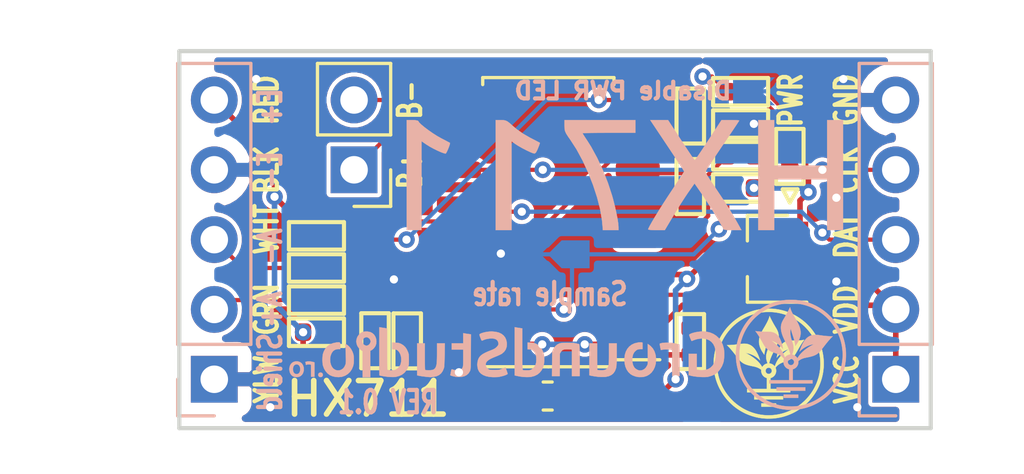
<source format=kicad_pcb>
(kicad_pcb (version 20211014) (generator pcbnew)
  (layers (0 "F.Cu" signal) (31 "B.Cu" signal) (34 "B.Paste" user) (35 "F.Paste" user) (36 "B.SilkS" user "B.Silkscreen") (37 "F.SilkS" user "F.Silkscreen") (38 "B.Mask" user) (39 "F.Mask" user) (44 "Edge.Cuts" user))
  (net 0 "")
  (net 1 "Net-(L1-Pad2)")
  (net 2 "Net-(U1-Pad13)")
  (net 3 "Net-(C1-Pad2)")
  (net 4 "GND")
  (net 5 "Net-(C3-Pad2)")
  (net 6 "Net-(C4-Pad2)")
  (net 7 "Net-(C4-Pad1)")
  (net 8 "Net-(J1-Pad3)")
  (net 9 "Net-(J1-Pad2)")
  (net 10 "Net-(J2-Pad1)")
  (net 11 "Net-(J3-Pad4)")
  (net 12 "Net-(J3-Pad3)")
  (net 13 "VCC")
  (net 14 "Net-(J4-Pad2)")
  (net 15 "Net-(J4-Pad1)")
  (net 16 "Net-(Q1-Pad1)")
  (net 17 "Net-(R2-Pad2)")
  (net 18 "Net-(D1-Pad1)")
  (net 19 "Net-(J5-Pad2)")
  (footprint "GS_Local:SOP-16_4.55x10.3mm_P1.27mm" (layer "F.Cu") (at 159.46 106.044999 180)
    (fp_text reference "U1")
    (fp_text value "HX711")
    (pad "1" smd roundrect locked (at -3.25 -4.445 180) (size 1.6 0.6) (layers "F.Cu" "F.Paste" "F.Mask") (net 13 "VCC"))
    (pad "2" smd roundrect locked (at -3.25 -3.175 180) (size 1.6 0.6) (layers "F.Cu" "F.Paste" "F.Mask") (net 16 "Net-(Q1-Pad1)"))
    (pad "3" smd roundrect locked (at -3.25 -1.905 180) (size 1.6 0.6) (layers "F.Cu" "F.Paste" "F.Mask") (net 1 "Net-(L1-Pad2)"))
    (pad "4" smd roundrect locked (at -3.25 -0.635 180) (size 1.6 0.6) (layers "F.Cu" "F.Paste" "F.Mask") (net 17 "Net-(R2-Pad2)"))
    (pad "5" smd roundrect locked (at -3.25 0.635 180) (size 1.6 0.6) (layers "F.Cu" "F.Paste" "F.Mask") (net 4 "GND"))
    (pad "6" smd roundrect locked (at -3.25 1.905 180) (size 1.6 0.6) (layers "F.Cu" "F.Paste" "F.Mask") (net 5 "Net-(C3-Pad2)"))
    (pad "7" smd roundrect locked (at -3.25 3.175 180) (size 1.6 0.6) (layers "F.Cu" "F.Paste" "F.Mask") (net 7 "Net-(C4-Pad1)"))
    (pad "8" smd roundrect locked (at -3.25 4.445 180) (size 1.6 0.6) (layers "F.Cu" "F.Paste" "F.Mask") (net 6 "Net-(C4-Pad2)"))
    (pad "9" smd roundrect locked (at 3.25 4.445 180) (size 1.6 0.6) (layers "F.Cu" "F.Paste" "F.Mask") (net 14 "Net-(J4-Pad2)"))
    (pad "10" smd roundrect locked (at 3.25 3.175 180) (size 1.6 0.6) (layers "F.Cu" "F.Paste" "F.Mask") (net 15 "Net-(J4-Pad1)"))
    (pad "11" smd roundrect locked (at 3.25 1.905 180) (size 1.6 0.6) (layers "F.Cu" "F.Paste" "F.Mask") (net 11 "Net-(J3-Pad4)"))
    (pad "12" smd roundrect locked (at 3.25 0.635 180) (size 1.6 0.6) (layers "F.Cu" "F.Paste" "F.Mask") (net 12 "Net-(J3-Pad3)"))
    (pad "13" smd roundrect locked (at 3.25 -0.635 180) (size 1.6 0.6) (layers "F.Cu" "F.Paste" "F.Mask") (net 2 "Net-(U1-Pad13)"))
    (pad "14" smd roundrect locked (at 3.25 -1.905 180) (size 1.6 0.6) (layers "F.Cu" "F.Paste" "F.Mask") (net 4 "GND"))
    (pad "15" smd roundrect locked (at 3.25 -3.175 180) (size 1.6 0.6) (layers "F.Cu" "F.Paste" "F.Mask") (net 10 "Net-(J2-Pad1)"))
    (pad "16" smd roundrect locked (at 3.25 -4.445 180) (size 1.6 0.6) (layers "F.Cu" "F.Paste" "F.Mask") (net 13 "VCC"))
  )
  (footprint "GS_Local:C_0402_1005Metric" (layer "F.Cu") (at 151.03348 110.04804 180)
    (fp_text reference "C1")
    (fp_text value "100nF")
    (pad "1" smd roundrect locked (at -0.485 0 180) (size 0.59 0.64) (layers "F.Cu" "F.Paste" "F.Mask") (net 4 "GND"))
    (pad "2" smd roundrect locked (at 0.485 0 180) (size 0.59 0.64) (layers "F.Cu" "F.Paste" "F.Mask") (net 3 "Net-(C1-Pad2)"))
  )
  (footprint "GS_Local:C_0402_1005Metric" (layer "F.Cu") (at 151.03348 106.54284)
    (fp_text reference "C2")
    (fp_text value "10uF")
    (pad "1" smd roundrect locked (at -0.485 0) (size 0.59 0.64) (layers "F.Cu" "F.Paste" "F.Mask") (net 3 "Net-(C1-Pad2)"))
    (pad "2" smd roundrect locked (at 0.485 0) (size 0.59 0.64) (layers "F.Cu" "F.Paste" "F.Mask") (net 4 "GND"))
  )
  (footprint "GS_Local:C_0402_1005Metric" (layer "F.Cu") (at 164.6174 104.7496 90)
    (fp_text reference "C3")
    (fp_text value "100nF")
    (pad "1" smd roundrect locked (at -0.485 0 90) (size 0.59 0.64) (layers "F.Cu" "F.Paste" "F.Mask") (net 4 "GND"))
    (pad "2" smd roundrect locked (at 0.485 0 90) (size 0.59 0.64) (layers "F.Cu" "F.Paste" "F.Mask") (net 5 "Net-(C3-Pad2)"))
  )
  (footprint "GS_Local:C_0402_1005Metric" (layer "F.Cu") (at 164.6174 102.1842 90)
    (fp_text reference "C4")
    (fp_text value "100nF")
    (pad "1" smd roundrect locked (at -0.485 0 90) (size 0.59 0.64) (layers "F.Cu" "F.Paste" "F.Mask") (net 7 "Net-(C4-Pad1)"))
    (pad "2" smd roundrect locked (at 0.485 0 90) (size 0.59 0.64) (layers "F.Cu" "F.Paste" "F.Mask") (net 6 "Net-(C4-Pad2)"))
  )
  (footprint "GS_Local:PinHeader_1x02_P2.54mm_Vertical_Male" (layer "F.Cu") (at 152.4 104.14 180)
    (fp_text reference "J4")
    (fp_text value "Conn_01x02")
    (pad "1" thru_hole rect locked (at 0 0 180) (size 1.7 1.7) (drill 1) (layers *.Cu *.Mask) (net 15 "Net-(J4-Pad1)"))
    (pad "2" thru_hole oval locked (at 0 2.54 180) (size 1.7 1.7) (drill 1) (layers *.Cu *.Mask) (net 14 "Net-(J4-Pad2)"))
  )
  (footprint "GS_Local:R_0402_1005Metric" (layer "F.Cu") (at 166.4462 102.47376)
    (fp_text reference "R3")
    (fp_text value "8.2k")
    (pad "1" smd roundrect locked (at -0.485 0) (size 0.59 0.64) (layers "F.Cu" "F.Paste" "F.Mask") (net 17 "Net-(R2-Pad2)"))
    (pad "2" smd roundrect locked (at 0.485 0) (size 0.59 0.64) (layers "F.Cu" "F.Paste" "F.Mask") (net 4 "GND"))
  )
  (footprint "GS_Local:R_0402_1005Metric" (layer "F.Cu") (at 151.03348 107.71124 180)
    (fp_text reference "R4")
    (fp_text value "100")
    (pad "1" smd roundrect locked (at -0.485 0 180) (size 0.59 0.64) (layers "F.Cu" "F.Paste" "F.Mask") (net 7 "Net-(C4-Pad1)"))
    (pad "2" smd roundrect locked (at 0.485 0 180) (size 0.59 0.64) (layers "F.Cu" "F.Paste" "F.Mask") (net 8 "Net-(J1-Pad3)"))
  )
  (footprint "GS_Local:SOT-23" (layer "F.Cu") (at 167.45204 107.37596 180)
    (fp_text reference "Q1")
    (fp_text value "S8550")
    (pad "1" smd rect locked (at -1 -0.95 180) (size 0.9 0.8) (layers "F.Cu" "F.Paste" "F.Mask") (net 16 "Net-(Q1-Pad1)"))
    (pad "2" smd rect locked (at -1 0.95 180) (size 0.9 0.8) (layers "F.Cu" "F.Paste" "F.Mask") (net 13 "VCC"))
    (pad "3" smd rect locked (at 1 0 180) (size 0.9 0.8) (layers "F.Cu" "F.Paste" "F.Mask") (net 1 "Net-(L1-Pad2)"))
  )
  (footprint "GS_Local:R_0402_1005Metric" (layer "F.Cu") (at 166.4462 103.62692 180)
    (fp_text reference "R2")
    (fp_text value "20k")
    (pad "1" smd roundrect locked (at -0.485 0 180) (size 0.59 0.64) (layers "F.Cu" "F.Paste" "F.Mask") (net 1 "Net-(L1-Pad2)"))
    (pad "2" smd roundrect locked (at 0.485 0 180) (size 0.59 0.64) (layers "F.Cu" "F.Paste" "F.Mask") (net 17 "Net-(R2-Pad2)"))
  )
  (footprint "GS_Local:Fiducial_0.5mm_Mask1.5mm" (layer "F.Cu") (at 150.2537 102.8573)
    (fp_text reference "REF**")
    (fp_text value "Fiducial_0.5mm_Mask1.5mm")
    (pad "" smd circle locked (at 0 0) (size 0.5 0.5) (layers "F.Cu" "F.Mask") (clearance 0.5))
  )
  (footprint "GS_Local:Fiducial_0.5mm_Mask1.5mm" (layer "F.Cu") (at 165.02888 112.65408)
    (fp_text reference "REF**")
    (fp_text value "Fiducial_0.5mm_Mask1.5mm")
    (pad "" smd circle locked (at 0 0) (size 0.5 0.5) (layers "F.Cu" "F.Mask") (clearance 0.5))
  )
  (footprint "GS_Local:L_0603_1608Metric" (layer "F.Cu") (at 159.4357 112.3696)
    (fp_text reference "L1")
    (fp_text value "3.3uH")
    (pad "1" smd roundrect locked (at -0.7875 0) (size 0.875 0.95) (layers "F.Cu" "F.Paste" "F.Mask") (net 3 "Net-(C1-Pad2)"))
    (pad "2" smd roundrect locked (at 0.7875 0) (size 0.875 0.95) (layers "F.Cu" "F.Paste" "F.Mask") (net 1 "Net-(L1-Pad2)"))
  )
  (footprint "GS_Local:R_0402_1005Metric" (layer "F.Cu") (at 166.4462 104.8004)
    (fp_text reference "R1")
    (fp_text value "10k")
    (pad "1" smd roundrect locked (at -0.485 0) (size 0.59 0.64) (layers "F.Cu" "F.Paste" "F.Mask") (net 10 "Net-(J2-Pad1)"))
    (pad "2" smd roundrect locked (at 0.485 0) (size 0.59 0.64) (layers "F.Cu" "F.Paste" "F.Mask") (net 13 "VCC"))
  )
  (footprint "GS_Local:R_0402_1005Metric" (layer "F.Cu") (at 151.03348 108.87964)
    (fp_text reference "R5")
    (fp_text value "100")
    (pad "1" smd roundrect locked (at -0.485 0) (size 0.59 0.64) (layers "F.Cu" "F.Paste" "F.Mask") (net 9 "Net-(J1-Pad2)"))
    (pad "2" smd roundrect locked (at 0.485 0) (size 0.59 0.64) (layers "F.Cu" "F.Paste" "F.Mask") (net 6 "Net-(C4-Pad2)"))
  )
  (footprint "GS_Branding:GS_Logo2_4x4" (layer "F.Cu") (at 167.46728 111.19104)
    (fp_text reference "G***" hide)
    (fp_text value "LOGO" hide)
  )
  (footprint "GS_Local:C_0402_1005Metric" (layer "F.Cu") (at 154.3304 110.363 -90)
    (fp_text reference "C6")
    (fp_text value "100nF")
    (pad "1" smd roundrect locked (at -0.485 0 270) (size 0.59 0.64) (layers "F.Cu" "F.Paste" "F.Mask") (net 4 "GND"))
    (pad "2" smd roundrect locked (at 0.485 0 270) (size 0.59 0.64) (layers "F.Cu" "F.Paste" "F.Mask") (net 13 "VCC"))
  )
  (footprint "GS_Local:C_0402_1005Metric" (layer "F.Cu") (at 164.6174 110.3884 90)
    (fp_text reference "C7")
    (fp_text value "10uF")
    (pad "1" smd roundrect locked (at -0.485 0 90) (size 0.59 0.64) (layers "F.Cu" "F.Paste" "F.Mask") (net 13 "VCC"))
    (pad "2" smd roundrect locked (at 0.485 0 90) (size 0.59 0.64) (layers "F.Cu" "F.Paste" "F.Mask") (net 4 "GND"))
  )
  (footprint "GS_Local:LED_0402_1005Metric" (layer "F.Cu") (at 168.23436 103.65232 90)
    (fp_text reference "D1")
    (fp_text value "RED")
    (pad "1" smd roundrect locked (at -0.485 0 90) (size 0.59 0.64) (layers "F.Cu" "F.Paste" "F.Mask") (net 18 "Net-(D1-Pad1)"))
    (pad "2" smd roundrect locked (at 0.485 0 90) (size 0.59 0.64) (layers "F.Cu" "F.Paste" "F.Mask") (net 13 "VCC"))
  )
  (footprint "GS_Local:C_0402_1005Metric" (layer "F.Cu") (at 153.162 110.35792 -90)
    (fp_text reference "C5")
    (fp_text value "100nF")
    (pad "1" smd roundrect locked (at -0.485 0 270) (size 0.59 0.64) (layers "F.Cu" "F.Paste" "F.Mask") (net 4 "GND"))
    (pad "2" smd roundrect locked (at 0.485 0 270) (size 0.59 0.64) (layers "F.Cu" "F.Paste" "F.Mask") (net 13 "VCC"))
  )
  (footprint "GS_Local:R_0402_1005Metric" (layer "F.Cu") (at 166.4462 101.30028 180)
    (fp_text reference "R6")
    (fp_text value "1k")
    (pad "1" smd roundrect locked (at -0.485 0 180) (size 0.59 0.64) (layers "F.Cu" "F.Paste" "F.Mask") (net 18 "Net-(D1-Pad1)"))
    (pad "2" smd roundrect locked (at 0.485 0 180) (size 0.59 0.64) (layers "F.Cu" "F.Paste" "F.Mask") (net 19 "Net-(J5-Pad2)"))
  )
  (footprint "GS_Local:PinHeader_1x05_P2.54mm_Vertical_Male" (layer "B.Cu") (at 147.32 111.76)
    (fp_text reference "J1")
    (fp_text value "Conn_01x05")
    (pad "1" thru_hole rect locked (at 0 0) (size 1.7 1.7) (drill 1) (layers *.Cu *.Mask) (net 4 "GND"))
    (pad "2" thru_hole oval locked (at 0 -2.54) (size 1.7 1.7) (drill 1) (layers *.Cu *.Mask) (net 9 "Net-(J1-Pad2)"))
    (pad "3" thru_hole oval locked (at 0 -5.08) (size 1.7 1.7) (drill 1) (layers *.Cu *.Mask) (net 8 "Net-(J1-Pad3)"))
    (pad "4" thru_hole oval locked (at 0 -7.62) (size 1.7 1.7) (drill 1) (layers *.Cu *.Mask) (net 4 "GND"))
    (pad "5" thru_hole oval locked (at 0 -10.16) (size 1.7 1.7) (drill 1) (layers *.Cu *.Mask) (net 3 "Net-(C1-Pad2)"))
  )
  (footprint "GS_Local:SolderJumper_NC" (layer "B.Cu") (at 159.5628 107.2134 180)
    (fp_text reference "J2")
    (fp_text value "SolderJumper_NC")
    (fp_line (start 0.05334 0) (end 0.30988 0) (layer "B.Cu") (width 0.1524))
    (pad "1" smd custom locked (at -0.889 0 180) (size 0.9906 0.9906) (layers "B.Cu" "B.Mask") (net 10 "Net-(J2-Pad1)") (options (clearance outline) (anchor rect)) (primitives (gr_poly (pts (xy -0.508 0.508) (xy 0.508 0.508) (xy 1.016 0) (xy 0.508 -0.508) (xy -0.508 -0.508)) (width 0) (fill yes))))
    (pad "2" smd custom locked (at 0.889 0) (size 0.9906 0.9906) (layers "B.Cu" "B.Mask") (net 4 "GND") (options (clearance outline) (anchor rect)) (primitives (gr_poly (pts (xy -0.508 0.508) (xy 1.016 0.508) (xy 0.508 0) (xy 1.016 -0.508) (xy -0.508 -0.508)) (width 0) (fill yes))))
  )
  (footprint "GS_Local:PinHeader_1x05_P2.54mm_Vertical_Male" (layer "B.Cu") (at 172.085 111.76)
    (fp_text reference "J3")
    (fp_text value "Conn_01x05")
    (pad "1" thru_hole rect locked (at 0 0) (size 1.7 1.7) (drill 1) (layers *.Cu *.Mask) (net 13 "VCC"))
    (pad "2" thru_hole oval locked (at 0 -2.54) (size 1.7 1.7) (drill 1) (layers *.Cu *.Mask) (net 13 "VCC"))
    (pad "3" thru_hole oval locked (at 0 -5.08) (size 1.7 1.7) (drill 1) (layers *.Cu *.Mask) (net 12 "Net-(J3-Pad3)"))
    (pad "4" thru_hole oval locked (at 0 -7.62) (size 1.7 1.7) (drill 1) (layers *.Cu *.Mask) (net 11 "Net-(J3-Pad4)"))
    (pad "5" thru_hole oval locked (at 0 -10.16) (size 1.7 1.7) (drill 1) (layers *.Cu *.Mask) (net 4 "GND"))
  )
  (footprint "GS_Branding:GS_GroundStudio_14.6x1.8" (layer "B.Cu") (at 158.55188 110.7694 180)
    (fp_text reference "G***" hide)
    (fp_text value "LOGO" hide)
  )
  (footprint "GS_Branding:GS_.ro_1.2x0.6" (layer "B.Cu") (at 150.65756 111.39424 180)
    (fp_text reference "G***" hide)
    (fp_text value "LOGO" hide)
  )
  (footprint "GS_Branding:HX711 16x4" (layer "B.Cu") (at 162.23996 104.33304 180)
    (fp_text reference "G***")
    (fp_text value "LOGO")
  )
  (footprint "GS_Branding:GS_Logo2_4x4" (layer "B.Cu") (at 168.275 110.871 180)
    (fp_text reference "G***" hide)
    (fp_text value "LOGO" hide)
  )
  (footprint "GS_Local:SolderJumper_NC" (layer "B.Cu") (at 167.56888 101.28504 180)
    (fp_text reference "J5")
    (fp_text value "DISABLE PWR LED")
    (fp_line (start 0.05334 0) (end 0.30988 0) (layer "B.Cu") (width 0.1524))
    (pad "1" smd custom locked (at -0.889 0 180) (size 0.9906 0.9906) (layers "B.Cu" "B.Mask") (net 4 "GND") (options (clearance outline) (anchor rect)) (primitives (gr_poly (pts (xy -0.508 0.508) (xy 0.508 0.508) (xy 1.016 0) (xy 0.508 -0.508) (xy -0.508 -0.508)) (width 0) (fill yes))))
    (pad "2" smd custom locked (at 0.889 0) (size 0.9906 0.9906) (layers "B.Cu" "B.Mask") (net 19 "Net-(J5-Pad2)") (options (clearance outline) (anchor rect)) (primitives (gr_poly (pts (xy -0.508 0.508) (xy 1.016 0.508) (xy 0.508 0) (xy 1.016 -0.508) (xy -0.508 -0.508)) (width 0) (fill yes))))
  )
  (gr_line (start 146.05 99.822) (end 173.355 99.822) (layer "Edge.Cuts") (width 0.1524))
  (gr_line (start 173.355 113.538) (end 173.355 99.822) (layer "Edge.Cuts") (width 0.1524))
  (gr_line (start 146.05 113.538) (end 146.05 99.822) (layer "Edge.Cuts") (width 0.1524))
  (gr_line (start 146.05 113.538) (end 173.355 113.538) (layer "Edge.Cuts") (width 0.1524))
  (gr_text "E-" (at 149.352 104.14 90) (layer "B.SilkS") (effects (font (size 0.8128 0.6096) (thickness 0.1524)) (justify mirror)))
  (gr_text "A-" (at 149.352 106.934 90) (layer "B.SilkS") (effects (font (size 0.8128 0.6096) (thickness 0.1524)) (justify mirror)))
  (gr_text "A+" (at 149.352 109.22 90) (layer "B.SilkS") (effects (font (size 0.8128 0.6096) (thickness 0.1524)) (justify mirror)))
  (gr_text "Shield" (at 149.352 111.506 90) (layer "B.SilkS") (effects (font (size 0.8128 0.6096) (thickness 0.1524)) (justify mirror)))
  (gr_text "Disable PWR LED" (at 162.16884 101.2698) (layer "B.SilkS") (effects (font (size 0.6096 0.6096) (thickness 0.1524)) (justify mirror)))
  (gr_text "Sample rate\n" (at 159.512 108.6612) (layer "B.SilkS") (effects (font (size 0.8128 0.6096) (thickness 0.1524)) (justify mirror)))
  (gr_text "E+" (at 149.352 101.854 90) (layer "B.SilkS") (effects (font (size 0.8128 0.6096) (thickness 0.1524)) (justify mirror)))
  (gr_text "REV 0.1" (at 153.63444 112.59312) (layer "B.SilkS") (effects (font (size 0.8128 0.6096) (thickness 0.1524)) (justify mirror)))
  (gr_text "GRN\n" (at 149.225 109.22 90) (layer "F.SilkS") (effects (font (size 0.8128 0.6096) (thickness 0.1524))))
  (gr_text "B-" (at 154.432 101.6 90) (layer "F.SilkS") (effects (font (size 0.8128 0.6096) (thickness 0.1524))))
  (gr_text "PWR" (at 168.26484 101.60508 90) (layer "F.SilkS") (effects (font (size 0.8128 0.6096) (thickness 0.1524))))
  (gr_text "B+" (at 154.432 104.14 90) (layer "F.SilkS") (effects (font (size 0.8128 0.6096) (thickness 0.1524))))
  (gr_text "RED" (at 149.225 101.6 90) (layer "F.SilkS") (effects (font (size 0.8128 0.6096) (thickness 0.1524))))
  (gr_text "VCC" (at 170.307 111.76 90) (layer "F.SilkS") (effects (font (size 0.8128 0.6096) (thickness 0.1524))))
  (gr_text "VDD\n" (at 170.307 109.22 90) (layer "F.SilkS") (effects (font (size 0.8128 0.6096) (thickness 0.1524))))
  (gr_text "WHT\n" (at 149.225 106.299 90) (layer "F.SilkS") (effects (font (size 0.8128 0.6096) (thickness 0.1524))))
  (gr_text "GND" (at 170.307 101.6 90) (layer "F.SilkS") (effects (font (size 0.8128 0.6096) (thickness 0.1524))))
  (gr_text "HX711" (at 152.908 112.4712) (layer "F.SilkS") (effects (font (size 1.2192 1.2192) (thickness 0.2032))))
  (gr_text "YLW\n" (at 149.225 111.76 90) (layer "F.SilkS") (effects (font (size 0.8128 0.6096) (thickness 0.1524))))
  (gr_text "CLK\n" (at 170.307 104.14 90) (layer "F.SilkS") (effects (font (size 0.8128 0.6096) (thickness 0.1524))))
  (gr_text "BLK\n" (at 149.225 104.14 90) (layer "F.SilkS") (effects (font (size 0.8128 0.6096) (thickness 0.1524))))
  (gr_text "DAT" (at 170.307 106.553 90) (layer "F.SilkS") (effects (font (size 0.8128 0.6096) (thickness 0.1524))))
  (segment (start 165.231272 107.37596) (end 164.497609 108.109623) (width 0.2032) (layer "F.Cu") (net 1))
  (segment (start 164.337985 107.949999) (end 164.497609 108.109623) (width 0.2032) (layer "F.Cu") (net 1))
  (segment (start 163.4744 112.3696) (end 164.084 111.76) (width 0.2032) (layer "F.Cu") (net 1))
  (segment (start 166.45204 107.37596) (end 167.55872 106.26928) (width 0.2032) (layer "F.Cu") (net 1))
  (segment (start 160.2232 112.3696) (end 163.4744 112.3696) (width 0.2032) (layer "F.Cu") (net 1))
  (segment (start 167.55872 106.26928) (end 167.55872 104.05632) (width 0.2032) (layer "F.Cu") (net 1))
  (segment (start 162.71 107.949999) (end 164.337985 107.949999) (width 0.2032) (layer "F.Cu") (net 1))
  (segment (start 167.55872 104.05632) (end 166.9058 103.4034) (width 0.2032) (layer "F.Cu") (net 1))
  (segment (start 166.45204 107.37596) (end 165.231272 107.37596) (width 0.2032) (layer "F.Cu") (net 1))
  (via (at 164.084 111.76) (size 0.6) (drill 0.3) (layers "F.Cu" "B.Cu") (net 1))
  (via (at 164.497609 108.109623) (size 0.6) (drill 0.3) (layers "F.Cu" "B.Cu") (net 1))
  (segment (start 164.084 111.76) (end 164.084 108.523232) (width 0.2032) (layer "B.Cu") (net 1))
  (segment (start 164.084 108.523232) (end 164.497609 108.109623) (width 0.2032) (layer "B.Cu") (net 1))
  (segment (start 158.6482 112.3696) (end 151.3586 112.3696) (width 0.2032) (layer "F.Cu") (net 3))
  (segment (start 150.54848 111.55948) (end 150.54848 110.04804) (width 0.2032) (layer "F.Cu") (net 3))
  (segment (start 150.54848 106.15944) (end 149.50948 105.12044) (width 0.2032) (layer "F.Cu") (net 3))
  (segment (start 149.50948 103.78948) (end 149.50948 105.12044) (width 0.2032) (layer "F.Cu") (net 3))
  (segment (start 151.3586 112.3696) (end 150.54848 111.55948) (width 0.2032) (layer "F.Cu") (net 3))
  (segment (start 147.32 101.6) (end 149.50948 103.78948) (width 0.2032) (layer "F.Cu") (net 3))
  (segment (start 150.54848 106.54284) (end 150.54848 106.15944) (width 0.2032) (layer "F.Cu") (net 3))
  (via (at 149.50948 105.12044) (size 0.6) (drill 0.3) (layers "F.Cu" "B.Cu") (net 3))
  (via (at 150.548471 110.048049) (size 0.6) (drill 0.3) (layers "F.Cu" "B.Cu") (net 3))
  (segment (start 149.50948 109.009058) (end 150.548471 110.048049) (width 0.2032) (layer "B.Cu") (net 3))
  (segment (start 149.50948 105.12044) (end 149.50948 109.009058) (width 0.2032) (layer "B.Cu") (net 3))
  (segment (start 156.972001 107.949999) (end 157.734 107.188) (width 0.2032) (layer "F.Cu") (net 4))
  (segment (start 156.21 107.949999) (end 156.972001 107.949999) (width 0.2032) (layer "F.Cu") (net 4))
  (via (at 166.9288 102.46868) (size 0.6) (drill 0.3) (layers "F.Cu" "B.Cu") (net 4))
  (via (at 170.688 112.776) (size 0.6) (drill 0.3) (layers "F.Cu" "B.Cu") (net 4))
  (via (at 169.926 108.204) (size 0.6) (drill 0.3) (layers "F.Cu" "B.Cu") (net 4))
  (via (at 148.844 100.838) (size 0.6) (drill 0.3) (layers "F.Cu" "B.Cu") (net 4))
  (via (at 157.734 107.188) (size 0.6) (drill 0.3) (layers "F.Cu" "B.Cu") (net 4))
  (via (at 153.8478 108.1278) (size 0.6) (drill 0.3) (layers "F.Cu" "B.Cu") (net 4))
  (via (at 149.352 112.776) (size 0.6) (drill 0.3) (layers "F.Cu" "B.Cu") (net 4))
  (via (at 169.926 105.156) (size 0.6) (drill 0.3) (layers "F.Cu" "B.Cu") (net 4))
  (via (at 156.21 111.506) (size 0.6) (drill 0.3) (layers "F.Cu" "B.Cu") (net 4))
  (via (at 170.18 100.838) (size 0.6) (drill 0.3) (layers "F.Cu" "B.Cu") (net 4))
  (segment (start 162.834601 104.2646) (end 162.71 104.139999) (width 0.1524) (layer "F.Cu") (net 5))
  (segment (start 164.6174 104.2646) (end 162.834601 104.2646) (width 0.1524) (layer "F.Cu") (net 5))
  (segment (start 153.69032 106.68) (end 151.51848 108.85184) (width 0.1524) (layer "F.Cu") (net 6))
  (segment (start 164.518199 101.599999) (end 164.6174 101.6992) (width 0.1524) (layer "F.Cu") (net 6))
  (segment (start 154.305 106.68) (end 153.69032 106.68) (width 0.1524) (layer "F.Cu") (net 6))
  (segment (start 161.29 101.6) (end 162.709999 101.6) (width 0.1524) (layer "F.Cu") (net 6))
  (segment (start 162.709999 101.6) (end 162.71 101.599999) (width 0.1524) (layer "F.Cu") (net 6))
  (segment (start 162.71 101.599999) (end 164.518199 101.599999) (width 0.1524) (layer "F.Cu") (net 6))
  (via (at 161.29 101.6) (size 0.6) (drill 0.3) (layers "F.Cu" "B.Cu") (net 6))
  (via (at 154.305 106.68) (size 0.6) (drill 0.3) (layers "F.Cu" "B.Cu") (net 6))
  (segment (start 154.305 106.68) (end 159.385 101.6) (width 0.1524) (layer "B.Cu") (net 6))
  (segment (start 159.385 101.6) (end 161.29 101.6) (width 0.1524) (layer "B.Cu") (net 6))
  (segment (start 164.416601 102.869999) (end 164.6174 102.6692) (width 0.1524) (layer "F.Cu") (net 7))
  (segment (start 151.51848 107.71124) (end 153.21012 106.0196) (width 0.1524) (layer "F.Cu") (net 7))
  (segment (start 162.71 102.869999) (end 164.416601 102.869999) (width 0.1524) (layer "F.Cu") (net 7))
  (segment (start 158.06927 106.0196) (end 158.242271 106.192601) (width 0.1524) (layer "F.Cu") (net 7))
  (segment (start 158.242271 106.192601) (end 159.321962 106.192601) (width 0.1524) (layer "F.Cu") (net 7))
  (segment (start 162.644564 102.869999) (end 162.71 102.869999) (width 0.1524) (layer "F.Cu") (net 7))
  (segment (start 153.21012 106.0196) (end 158.06927 106.0196) (width 0.1524) (layer "F.Cu") (net 7))
  (segment (start 159.321962 106.192601) (end 162.644564 102.869999) (width 0.1524) (layer "F.Cu") (net 7))
  (segment (start 148.37156 107.71124) (end 150.54848 107.71124) (width 0.1524) (layer "F.Cu") (net 8))
  (segment (start 147.574 106.934) (end 147.32 106.68) (width 0.1524) (layer "F.Cu") (net 8))
  (segment (start 147.32 106.68) (end 148.35124 107.71124) (width 0.1524) (layer "F.Cu") (net 8))
  (segment (start 148.35124 107.71124) (end 148.37156 107.71124) (width 0.1524) (layer "F.Cu") (net 8))
  (segment (start 147.66036 108.87964) (end 150.54848 108.87964) (width 0.1524) (layer "F.Cu") (net 9))
  (segment (start 147.32 109.22) (end 147.6502 108.8898) (width 0.1524) (layer "F.Cu") (net 9))
  (segment (start 147.32 109.22) (end 147.66036 108.87964) (width 0.1524) (layer "F.Cu") (net 9))
  (segment (start 165.6588 106.299) (end 165.9612 105.9966) (width 0.1524) (layer "F.Cu") (net 10))
  (segment (start 165.9612 105.641) (end 165.9612 104.8004) (width 0.1524) (layer "F.Cu") (net 10))
  (segment (start 157.010001 109.22) (end 160.01997 109.22) (width 0.1524) (layer "F.Cu") (net 10))
  (segment (start 165.9612 105.9966) (end 165.9612 105.641) (width 0.1524) (layer "F.Cu") (net 10))
  (segment (start 156.21 109.219999) (end 157.010001 109.22) (width 0.1524) (layer "F.Cu") (net 10))
  (via (at 165.6588 106.299) (size 0.6) (drill 0.3) (layers "F.Cu" "B.Cu") (net 10))
  (via (at 160.01997 109.22) (size 0.6) (drill 0.3) (layers "F.Cu" "B.Cu") (net 10))
  (segment (start 164.7444 107.2134) (end 165.6588 106.299) (width 0.1524) (layer "B.Cu") (net 10))
  (segment (start 160.319969 108.920001) (end 160.319969 107.345231) (width 0.1524) (layer "B.Cu") (net 10))
  (segment (start 160.319969 107.345231) (end 160.4518 107.2134) (width 0.1524) (layer "B.Cu") (net 10))
  (segment (start 160.319969 108.920001) (end 160.01997 109.22) (width 0.1524) (layer "B.Cu") (net 10))
  (segment (start 160.4518 107.2134) (end 164.7444 107.2134) (width 0.1524) (layer "B.Cu") (net 10))
  (segment (start 172.085 104.14) (end 169.418 104.14) (width 0.1524) (layer "F.Cu") (net 11))
  (segment (start 159.257979 104.139999) (end 159.258 104.139978) (width 0.1524) (layer "F.Cu") (net 11))
  (segment (start 156.21 104.139999) (end 159.257979 104.139999) (width 0.1524) (layer "F.Cu") (net 11))
  (via (at 159.258 104.139978) (size 0.6) (drill 0.3) (layers "F.Cu" "B.Cu") (net 11))
  (via (at 169.418 104.14) (size 0.6) (drill 0.3) (layers "F.Cu" "B.Cu") (net 11))
  (segment (start 159.258 104.139978) (end 169.417978 104.139978) (width 0.1524) (layer "B.Cu") (net 11))
  (segment (start 169.417978 104.139978) (end 169.418 104.14) (width 0.1524) (layer "B.Cu") (net 11))
  (segment (start 172.085 106.68) (end 169.672 106.68) (width 0.1524) (layer "F.Cu") (net 12))
  (segment (start 169.672 106.68) (end 169.418 106.426) (width 0.1524) (layer "F.Cu") (net 12))
  (segment (start 158.496 105.664) (end 156.464001 105.664) (width 0.1524) (layer "F.Cu") (net 12))
  (segment (start 156.464001 105.664) (end 156.21 105.409999) (width 0.1524) (layer "F.Cu") (net 12))
  (via (at 169.418 106.426) (size 0.6) (drill 0.3) (layers "F.Cu" "B.Cu") (net 12))
  (via (at 158.496 105.664) (size 0.6) (drill 0.3) (layers "F.Cu" "B.Cu") (net 12))
  (segment (start 168.656 105.664) (end 158.496 105.664) (width 0.1524) (layer "B.Cu") (net 12))
  (segment (start 169.418 106.426) (end 168.656 105.664) (width 0.1524) (layer "B.Cu") (net 12))
  (segment (start 156.21 110.489999) (end 157.010001 110.49) (width 0.2032) (layer "F.Cu") (net 13))
  (segment (start 164.338 109.0676) (end 171.9326 109.0676) (width 0.2032) (layer "F.Cu") (net 13))
  (segment (start 162.915601 110.489999) (end 164.338 109.0676) (width 0.2032) (layer "F.Cu") (net 13))
  (segment (start 162.71 110.489999) (end 161.206264 110.49) (width 0.2032) (layer "F.Cu") (net 13))
  (segment (start 168.80837 103.74133) (end 168.23436 103.16732) (width 0.2032) (layer "F.Cu") (net 13))
  (segment (start 164.6174 110.8734) (end 163.093401 110.8734) (width 0.2032) (layer "F.Cu") (net 13))
  (segment (start 168.63563 106.42596) (end 168.63563 106.96443) (width 0.2032) (layer "F.Cu") (net 13))
  (segment (start 161.206264 110.49) (end 160.782 110.49) (width 0.2032) (layer "F.Cu") (net 13))
  (segment (start 169.164 107.4928) (end 170.3578 107.4928) (width 0.2032) (layer "F.Cu") (net 13))
  (segment (start 170.540399 107.675399) (end 172.085 109.22) (width 0.2032) (layer "F.Cu") (net 13))
  (segment (start 168.45204 106.42596) (end 168.6052 106.2728) (width 0.2032) (layer "F.Cu") (net 13))
  (segment (start 168.63563 106.96443) (end 169.164 107.4928) (width 0.2032) (layer "F.Cu") (net 13))
  (segment (start 163.093401 110.8734) (end 162.71 110.489999) (width 0.2032) (layer "F.Cu") (net 13))
  (segment (start 168.45204 106.42596) (end 168.63563 106.42596) (width 0.2032) (layer "F.Cu") (net 13))
  (segment (start 171.9326 109.0676) (end 172.085 109.22) (width 0.2032) (layer "F.Cu") (net 13))
  (segment (start 154.688401 110.489999) (end 156.21 110.489999) (width 0.2032) (layer "F.Cu") (net 13))
  (segment (start 162.71 110.489999) (end 162.915601 110.489999) (width 0.2032) (layer "F.Cu") (net 13))
  (segment (start 168.91 104.451922) (end 168.80837 104.350292) (width 0.2032) (layer "F.Cu") (net 13))
  (segment (start 154.32532 110.84292) (end 154.3304 110.848) (width 0.2032) (layer "F.Cu") (net 13))
  (segment (start 170.3578 107.4928) (end 170.540399 107.675399) (width 0.2032) (layer "F.Cu") (net 13))
  (segment (start 157.010001 110.49) (end 159.237386 110.49) (width 0.2032) (layer "F.Cu") (net 13))
  (segment (start 168.6052 105.2576) (end 168.91 104.9528) (width 0.2032) (layer "F.Cu") (net 13))
  (segment (start 172.085 111.76) (end 172.085 109.22) (width 0.2032) (layer "F.Cu") (net 13))
  (segment (start 168.91 104.9528) (end 168.91 104.451922) (width 0.2032) (layer "F.Cu") (net 13))
  (segment (start 154.3304 110.848) (end 154.688401 110.489999) (width 0.2032) (layer "F.Cu") (net 13))
  (segment (start 168.6052 106.2728) (end 168.6052 105.2576) (width 0.2032) (layer "F.Cu") (net 13))
  (segment (start 153.162 110.84292) (end 154.32532 110.84292) (width 0.2032) (layer "F.Cu") (net 13))
  (segment (start 168.80837 104.350292) (end 168.80837 103.74133) (width 0.2032) (layer "F.Cu") (net 13))
  (via (at 159.237386 110.49) (size 0.6) (drill 0.3) (layers "F.Cu" "B.Cu") (net 13))
  (via (at 160.782 110.49) (size 0.6) (drill 0.3) (layers "F.Cu" "B.Cu") (net 13))
  (via (at 166.9312 104.8004) (size 0.6) (drill 0.3) (layers "F.Cu" "B.Cu") (net 13))
  (via (at 168.91 104.9528) (size 0.6) (drill 0.3) (layers "F.Cu" "B.Cu") (net 13))
  (segment (start 168.7576 104.8004) (end 168.91 104.9528) (width 0.2032) (layer "B.Cu") (net 13))
  (segment (start 159.237386 110.49) (end 160.782 110.49) (width 0.2032) (layer "B.Cu") (net 13))
  (segment (start 166.9312 104.8004) (end 168.7576 104.8004) (width 0.2032) (layer "B.Cu") (net 13))
  (segment (start 153.602082 101.599999) (end 156.21 101.599999) (width 0.1524) (layer "F.Cu") (net 14))
  (segment (start 152.4 101.6) (end 153.602082 101.599999) (width 0.1524) (layer "F.Cu") (net 14))
  (segment (start 152.4 104.14) (end 153.670001 102.869999) (width 0.1524) (layer "F.Cu") (net 15))
  (segment (start 153.670001 102.869999) (end 156.21 102.869999) (width 0.1524) (layer "F.Cu") (net 15))
  (segment (start 164.6682 108.6866) (end 163.243399 108.6866) (width 0.1524) (layer "F.Cu") (net 16))
  (segment (start 168.45204 108.32596) (end 165.02884 108.32596) (width 0.1524) (layer "F.Cu") (net 16))
  (segment (start 165.02884 108.32596) (end 164.6682 108.6866) (width 0.1524) (layer "F.Cu") (net 16))
  (segment (start 163.243399 108.6866) (end 162.71 109.219999) (width 0.1524) (layer "F.Cu") (net 16))
  (segment (start 162.71 106.679999) (end 164.404901 106.679999) (width 0.1524) (layer "F.Cu") (net 17))
  (segment (start 164.404901 106.679999) (end 165.26764 105.81726) (width 0.1524) (layer "F.Cu") (net 17))
  (segment (start 165.9612 103.62692) (end 165.9612 102.47376) (width 0.1524) (layer "F.Cu") (net 17))
  (segment (start 165.26764 104.32048) (end 165.9612 103.62692) (width 0.1524) (layer "F.Cu") (net 17))
  (segment (start 165.26764 105.81726) (end 165.26764 104.32048) (width 0.1524) (layer "F.Cu") (net 17))
  (segment (start 167.68575 102.05483) (end 167.68575 103.58871) (width 0.1524) (layer "F.Cu") (net 18))
  (segment (start 167.68575 103.58871) (end 168.23436 104.13732) (width 0.1524) (layer "F.Cu") (net 18))
  (segment (start 166.9312 101.30028) (end 167.68575 102.05483) (width 0.1524) (layer "F.Cu") (net 18))
  (segment (start 165.06444 100.74656) (end 165.40748 100.74656) (width 0.1524) (layer "F.Cu") (net 19))
  (segment (start 165.40748 100.74656) (end 165.9612 101.30028) (width 0.1524) (layer "F.Cu") (net 19))
  (via (at 165.06444 100.74656) (size 0.6) (drill 0.3) (layers "F.Cu" "B.Cu") (net 19))
  (segment (start 166.67988 101.28504) (end 165.60292 101.28504) (width 0.1524) (layer "B.Cu") (net 19))
  (segment (start 165.60292 101.28504) (end 165.06444 100.74656) (width 0.1524) (layer "B.Cu") (net 19))
  (zone (net 4) (net_name "GND") (layer "F.Cu") (connect_pads (clearance 0.1524)) (min_thickness 0.254) (fill yes (thermal_gap 0.508) (thermal_bridge_width 0.508))
    (polygon (pts (xy 172.212 113.538) (xy 147.32 113.538) (xy 147.32 99.822) (xy 172.212 99.822)))
  )
  (zone (net 4) (net_name "GND") (layer "B.Cu") (connect_pads (clearance 0.1524)) (min_thickness 0.254) (fill yes (thermal_gap 0.508) (thermal_bridge_width 0.508))
    (polygon (pts (xy 172.212 113.538) (xy 147.32 113.538) (xy 147.32 99.822) (xy 172.212 99.822)))
  )
)
</source>
